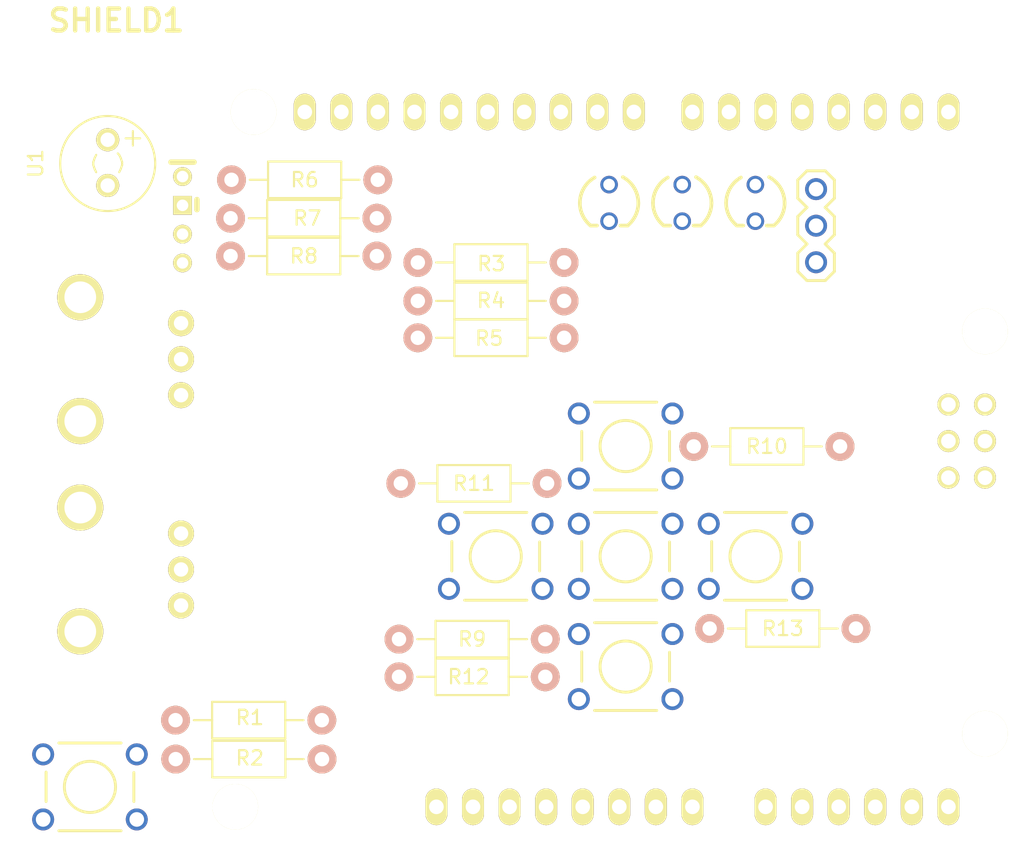
<source format=kicad_pcb>
(kicad_pcb (version 4) (host pcbnew 0.201510150733+6269~30~ubuntu14.04.1-product)

  (general
    (links 67)
    (no_connects 67)
    (area 0 0 0 0)
    (thickness 1.6)
    (drawings 0)
    (tracks 0)
    (zones 0)
    (modules 28)
    (nets 26)
  )

  (page A4)
  (title_block
    (title "BATS PCB")
    (date 2015-09-05)
    (rev 0.0)
    (company BricoLabs)
  )

  (layers
    (0 F.Cu signal)
    (31 B.Cu signal)
    (32 B.Adhes user)
    (33 F.Adhes user)
    (34 B.Paste user)
    (35 F.Paste user)
    (36 B.SilkS user)
    (37 F.SilkS user)
    (38 B.Mask user)
    (39 F.Mask user)
    (40 Dwgs.User user)
    (41 Cmts.User user)
    (42 Eco1.User user)
    (43 Eco2.User user)
    (44 Edge.Cuts user)
    (45 Margin user)
    (46 B.CrtYd user)
    (47 F.CrtYd user)
    (48 B.Fab user)
    (49 F.Fab user)
  )

  (setup
    (last_trace_width 0.3048)
    (user_trace_width 0.3048)
    (user_trace_width 0.4064)
    (user_trace_width 0.508)
    (user_trace_width 0.6096)
    (user_trace_width 0.8128)
    (trace_clearance 0.3556)
    (zone_clearance 0.508)
    (zone_45_only no)
    (trace_min 0.3048)
    (segment_width 0.2)
    (edge_width 0.1)
    (via_size 1.2)
    (via_drill 0.8)
    (via_min_size 1.2)
    (via_min_drill 0.8)
    (uvia_size 0.508)
    (uvia_drill 0.127)
    (uvias_allowed no)
    (uvia_min_size 0)
    (uvia_min_drill 0)
    (pcb_text_width 0.3)
    (pcb_text_size 1.5 1.5)
    (mod_edge_width 0.15)
    (mod_text_size 1 1)
    (mod_text_width 0.15)
    (pad_size 1.5 1.5)
    (pad_drill 0.6)
    (pad_to_mask_clearance 0)
    (aux_axis_origin 0 0)
    (visible_elements FFFFFF7F)
    (pcbplotparams
      (layerselection 0x00030_80000001)
      (usegerberextensions false)
      (excludeedgelayer true)
      (linewidth 0.100000)
      (plotframeref false)
      (viasonmask false)
      (mode 1)
      (useauxorigin false)
      (hpglpennumber 1)
      (hpglpenspeed 20)
      (hpglpendiameter 15)
      (hpglpenoverlay 2)
      (psnegative false)
      (psa4output false)
      (plotreference true)
      (plotvalue true)
      (plotinvisibletext false)
      (padsonsilk false)
      (subtractmaskfromsilk false)
      (outputformat 4)
      (mirror false)
      (drillshape 0)
      (scaleselection 1)
      (outputdirectory ../svg/Proba.svg/))
  )

  (net 0 "")
  (net 1 "Net-(LED1-PadK)")
  (net 2 "Net-(LED2-PadK)")
  (net 3 "Net-(LED3-PadK)")
  (net 4 "Net-(LED4-PadAB)")
  (net 5 "Net-(LED4-PadAR)")
  (net 6 GND)
  (net 7 "Net-(LED4-PadAG)")
  (net 8 "Net-(P1-Pad1)")
  (net 9 "Net-(SHIELD1-PadAD1)")
  (net 10 "Net-(SHIELD1-PadAD2)")
  (net 11 "Net-(SHIELD1-PadRST)")
  (net 12 /ARD11)
  (net 13 /ARD10)
  (net 14 /ARD13)
  (net 15 /ARD8)
  (net 16 /ARD7)
  (net 17 /ARD6)
  (net 18 /ARD9)
  (net 19 /ARD5)
  (net 20 /ARD0)
  (net 21 /ARD1)
  (net 22 /ARD2)
  (net 23 /ARD3)
  (net 24 /ARD4)
  (net 25 "Net-(R1-Pad2)")

  (net_class Default "This is the default net class."
    (clearance 0.3556)
    (trace_width 0.3048)
    (via_dia 1.2)
    (via_drill 0.8)
    (uvia_dia 0.508)
    (uvia_drill 0.127)
    (add_net /ARD0)
    (add_net /ARD1)
    (add_net /ARD10)
    (add_net /ARD11)
    (add_net /ARD13)
    (add_net /ARD2)
    (add_net /ARD3)
    (add_net /ARD4)
    (add_net /ARD5)
    (add_net /ARD6)
    (add_net /ARD7)
    (add_net /ARD8)
    (add_net /ARD9)
    (add_net GND)
    (add_net "Net-(LED1-PadK)")
    (add_net "Net-(LED2-PadK)")
    (add_net "Net-(LED3-PadK)")
    (add_net "Net-(LED4-PadAB)")
    (add_net "Net-(LED4-PadAG)")
    (add_net "Net-(LED4-PadAR)")
    (add_net "Net-(P1-Pad1)")
    (add_net "Net-(R1-Pad2)")
    (add_net "Net-(SHIELD1-PadAD1)")
    (add_net "Net-(SHIELD1-PadAD2)")
    (add_net "Net-(SHIELD1-PadRST)")
  )

  (module FT:ARDUINO_SHIELD (layer F.Cu) (tedit 0) (tstamp 55EA2CF2)
    (at 126.9706 137.7696)
    (descr http://www.thingiverse.com/thing:9630)
    (path /55897B99)
    (fp_text reference SHIELD1 (at 5.715 -57.15) (layer F.SilkS)
      (effects (font (thickness 0.3048)))
    )
    (fp_text value ARDUINO_SHIELD (at 10.16 -54.61) (layer F.SilkS) hide
      (effects (font (thickness 0.3048)))
    )
    (fp_line (start 66.04 -40.64) (end 66.04 -52.07) (layer Cmts.User) (width 0.381))
    (fp_line (start 66.04 -52.07) (end 64.77 -53.34) (layer Cmts.User) (width 0.381))
    (fp_line (start 64.77 -53.34) (end 0 -53.34) (layer Cmts.User) (width 0.381))
    (fp_line (start 66.04 0) (end 0 0) (layer Cmts.User) (width 0.381))
    (fp_line (start 0 0) (end 0 -53.34) (layer Cmts.User) (width 0.381))
    (fp_line (start 66.04 -40.64) (end 68.58 -38.1) (layer Cmts.User) (width 0.381))
    (fp_line (start 68.58 -38.1) (end 68.58 -5.08) (layer Cmts.User) (width 0.381))
    (fp_line (start 68.58 -5.08) (end 66.04 -2.54) (layer Cmts.User) (width 0.381))
    (fp_line (start 66.04 -2.54) (end 66.04 0) (layer Cmts.User) (width 0.381))
    (pad AD5 thru_hole oval (at 63.5 -2.54 90) (size 2.54 1.524) (drill 1.016) (layers *.Cu *.Mask F.SilkS))
    (pad AD4 thru_hole oval (at 60.96 -2.54 90) (size 2.54 1.524) (drill 1.016) (layers *.Cu *.Mask F.SilkS))
    (pad AD3 thru_hole oval (at 58.42 -2.54 90) (size 2.54 1.524) (drill 1.016) (layers *.Cu *.Mask F.SilkS))
    (pad AD0 thru_hole oval (at 50.8 -2.54 90) (size 2.54 1.524) (drill 1.016) (layers *.Cu *.Mask F.SilkS)
      (net 25 "Net-(R1-Pad2)"))
    (pad AD1 thru_hole oval (at 53.34 -2.54 90) (size 2.54 1.524) (drill 1.016) (layers *.Cu *.Mask F.SilkS)
      (net 9 "Net-(SHIELD1-PadAD1)"))
    (pad AD2 thru_hole oval (at 55.88 -2.54 90) (size 2.54 1.524) (drill 1.016) (layers *.Cu *.Mask F.SilkS)
      (net 10 "Net-(SHIELD1-PadAD2)"))
    (pad V_IN thru_hole oval (at 45.72 -2.54 90) (size 2.54 1.524) (drill 1.016) (layers *.Cu *.Mask F.SilkS))
    (pad GND2 thru_hole oval (at 43.18 -2.54 90) (size 2.54 1.524) (drill 1.016) (layers *.Cu *.Mask F.SilkS)
      (net 6 GND))
    (pad GND1 thru_hole oval (at 40.64 -2.54 90) (size 2.54 1.524) (drill 1.016) (layers *.Cu *.Mask F.SilkS)
      (net 6 GND))
    (pad 3V3 thru_hole oval (at 35.56 -2.54 90) (size 2.54 1.524) (drill 1.016) (layers *.Cu *.Mask F.SilkS))
    (pad RST thru_hole oval (at 33.02 -2.54 90) (size 2.54 1.524) (drill 1.016) (layers *.Cu *.Mask F.SilkS)
      (net 11 "Net-(SHIELD1-PadRST)"))
    (pad 0 thru_hole oval (at 63.5 -50.8 90) (size 2.54 1.524) (drill 1.016) (layers *.Cu *.Mask F.SilkS)
      (net 20 /ARD0))
    (pad 1 thru_hole oval (at 60.96 -50.8 90) (size 2.54 1.524) (drill 1.016) (layers *.Cu *.Mask F.SilkS)
      (net 21 /ARD1))
    (pad 2 thru_hole oval (at 58.42 -50.8 90) (size 2.54 1.524) (drill 1.016) (layers *.Cu *.Mask F.SilkS)
      (net 22 /ARD2))
    (pad 3 thru_hole oval (at 55.88 -50.8 90) (size 2.54 1.524) (drill 1.016) (layers *.Cu *.Mask F.SilkS)
      (net 23 /ARD3))
    (pad 4 thru_hole oval (at 53.34 -50.8 90) (size 2.54 1.524) (drill 1.016) (layers *.Cu *.Mask F.SilkS)
      (net 24 /ARD4))
    (pad 5 thru_hole oval (at 50.8 -50.8 90) (size 2.54 1.524) (drill 1.016) (layers *.Cu *.Mask F.SilkS)
      (net 19 /ARD5))
    (pad 6 thru_hole oval (at 48.26 -50.8 90) (size 2.54 1.524) (drill 1.016) (layers *.Cu *.Mask F.SilkS)
      (net 17 /ARD6))
    (pad 7 thru_hole oval (at 45.72 -50.8 90) (size 2.54 1.524) (drill 1.016) (layers *.Cu *.Mask F.SilkS)
      (net 16 /ARD7))
    (pad 8 thru_hole oval (at 41.656 -50.8 90) (size 2.54 1.524) (drill 1.016) (layers *.Cu *.Mask F.SilkS)
      (net 15 /ARD8))
    (pad 9 thru_hole oval (at 39.116 -50.8 90) (size 2.54 1.524) (drill 1.016) (layers *.Cu *.Mask F.SilkS)
      (net 18 /ARD9))
    (pad 10 thru_hole oval (at 36.576 -50.8 90) (size 2.54 1.524) (drill 1.016) (layers *.Cu *.Mask F.SilkS)
      (net 13 /ARD10))
    (pad 11 thru_hole oval (at 34.036 -50.8 90) (size 2.54 1.524) (drill 1.016) (layers *.Cu *.Mask F.SilkS)
      (net 12 /ARD11))
    (pad 12 thru_hole oval (at 31.496 -50.8 90) (size 2.54 1.524) (drill 1.016) (layers *.Cu *.Mask F.SilkS))
    (pad 13 thru_hole oval (at 28.956 -50.8 90) (size 2.54 1.524) (drill 1.016) (layers *.Cu *.Mask F.SilkS)
      (net 14 /ARD13))
    (pad GND3 thru_hole oval (at 26.416 -50.8 90) (size 2.54 1.524) (drill 1.016) (layers *.Cu *.Mask F.SilkS)
      (net 6 GND))
    (pad AREF thru_hole oval (at 23.876 -50.8 90) (size 2.54 1.524) (drill 1.016) (layers *.Cu *.Mask F.SilkS))
    (pad 5V thru_hole oval (at 38.1 -2.54 90) (size 2.54 1.524) (drill 1.016) (layers *.Cu *.Mask F.SilkS)
      (net 8 "Net-(P1-Pad1)"))
    (pad "" np_thru_hole circle (at 66.04 -7.62 90) (size 3.175 3.175) (drill 3.175) (layers *.Cu *.Mask F.SilkS))
    (pad "" np_thru_hole circle (at 66.04 -35.56 90) (size 3.175 3.175) (drill 3.175) (layers *.Cu *.Mask F.SilkS))
    (pad "" np_thru_hole circle (at 15.24 -50.8 90) (size 3.175 3.175) (drill 3.175) (layers *.Cu *.Mask F.SilkS))
    (pad "" np_thru_hole circle (at 13.97 -2.54 90) (size 3.175 3.175) (drill 3.175) (layers *.Cu *.Mask F.SilkS))
    (pad SDA thru_hole oval (at 21.336 -50.8 90) (size 2.54 1.524) (drill 1.016) (layers *.Cu *.Mask F.SilkS))
    (pad SCL thru_hole oval (at 18.796 -50.8 90) (size 2.54 1.524) (drill 1.016) (layers *.Cu *.Mask F.SilkS))
    (pad IO_R thru_hole oval (at 30.48 -2.54 90) (size 2.54 1.524) (drill 1.016) (layers *.Cu *.Mask F.SilkS))
    (pad NC thru_hole oval (at 27.94 -2.54 90) (size 2.54 1.524) (drill 1.016) (layers *.Cu *.Mask F.SilkS))
    (pad SP1 thru_hole circle (at 63.5 -30.48 90) (size 1.524 1.524) (drill 1.016) (layers *.Cu *.Mask F.SilkS))
    (pad SP2 thru_hole circle (at 66.04 -30.48 90) (size 1.524 1.524) (drill 1.016) (layers *.Cu *.Mask F.SilkS))
    (pad SP3 thru_hole circle (at 63.5 -27.94 90) (size 1.524 1.524) (drill 1.016) (layers *.Cu *.Mask F.SilkS))
    (pad SP4 thru_hole circle (at 66.04 -27.94 90) (size 1.524 1.524) (drill 1.016) (layers *.Cu *.Mask F.SilkS))
    (pad SP5 thru_hole circle (at 63.5 -25.4 90) (size 1.524 1.524) (drill 1.016) (layers *.Cu *.Mask F.SilkS))
    (pad SP6 thru_hole circle (at 66.04 -25.4 90) (size 1.524 1.524) (drill 1.016) (layers *.Cu *.Mask F.SilkS))
  )

  (module Resistors_ThroughHole:Resistor_Horizontal_RM10mm (layer F.Cu) (tedit 53F56209) (tstamp 55EA2C43)
    (at 145.6944 94.3483)
    (descr "Resistor, Axial,  RM 10mm, 1/3W,")
    (tags "Resistor, Axial, RM 10mm, 1/3W,")
    (path /558B144D)
    (fp_text reference R7 (at 0.24892 0) (layer F.SilkS)
      (effects (font (size 1 1) (thickness 0.15)))
    )
    (fp_text value 220 (at 0.2286 1.1684) (layer F.Fab)
      (effects (font (size 1 1) (thickness 0.15)))
    )
    (fp_line (start -2.54 -1.27) (end 2.54 -1.27) (layer F.SilkS) (width 0.15))
    (fp_line (start 2.54 -1.27) (end 2.54 1.27) (layer F.SilkS) (width 0.15))
    (fp_line (start 2.54 1.27) (end -2.54 1.27) (layer F.SilkS) (width 0.15))
    (fp_line (start -2.54 1.27) (end -2.54 -1.27) (layer F.SilkS) (width 0.15))
    (fp_line (start -2.54 0) (end -3.81 0) (layer F.SilkS) (width 0.15))
    (fp_line (start 2.54 0) (end 3.81 0) (layer F.SilkS) (width 0.15))
    (pad 1 thru_hole circle (at -5.08 0) (size 1.99898 1.99898) (drill 1.00076) (layers *.Cu *.SilkS *.Mask)
      (net 7 "Net-(LED4-PadAG)"))
    (pad 2 thru_hole circle (at 5.08 0) (size 1.99898 1.99898) (drill 1.00076) (layers *.Cu *.SilkS *.Mask)
      (net 13 /ARD10))
    (model Resistors_ThroughHole.3dshapes/Resistor_Horizontal_RM10mm.wrl
      (at (xyz 0 0 0))
      (scale (xyz 0.4 0.4 0.4))
      (rotate (xyz 0 0 0))
    )
  )

  (module FT:POT_RV09_VERT (layer F.Cu) (tedit 556FA948) (tstamp 55EA2DA2)
    (at 130.175 118.745 90)
    (path /55EA1F32)
    (fp_text reference VR1 (at 0 4.5 90) (layer Eco1.User)
      (effects (font (size 1 1) (thickness 0.15)))
    )
    (fp_text value POT (at 0 2 90) (layer Eco1.User) hide
      (effects (font (size 1 1) (thickness 0.15)))
    )
    (fp_line (start 4.8 5.5) (end 4.8 2) (layer Cmts.User) (width 0.15))
    (fp_line (start 3.8 6.6) (end 4.8 5.5) (layer Cmts.User) (width 0.15))
    (fp_line (start -4.9 2) (end -4.9 5.5) (layer Cmts.User) (width 0.15))
    (fp_line (start -4.9 5.5) (end -3.8 6.6) (layer Cmts.User) (width 0.15))
    (fp_line (start -4.9 -2) (end -4.9 -5.5) (layer Cmts.User) (width 0.15))
    (fp_line (start -4.9 -5.5) (end 4.9 -5.5) (layer Cmts.User) (width 0.15))
    (fp_line (start 4.9 -5.5) (end 4.9 -2) (layer Cmts.User) (width 0.15))
    (pad "" thru_hole circle (at -4.3 0 90) (size 3.2 3.2) (drill 2.2) (layers *.Cu *.Mask F.SilkS))
    (pad "" thru_hole circle (at 4.3 0 90) (size 3.2 3.2) (drill 2.2) (layers *.Cu *.Mask F.SilkS))
    (pad W thru_hole circle (at 0 7 90) (size 1.8 1.8) (drill 1) (layers *.Cu *.Mask F.SilkS)
      (net 9 "Net-(SHIELD1-PadAD1)"))
    (pad 1 thru_hole circle (at -2.5 7 90) (size 1.8 1.8) (drill 1) (layers *.Cu *.Mask F.SilkS)
      (net 8 "Net-(P1-Pad1)"))
    (pad 2 thru_hole circle (at 2.5 7 90) (size 1.8 1.8) (drill 1) (layers *.Cu *.Mask F.SilkS)
      (net 6 GND))
  )

  (module FT:LED-3MM (layer F.Cu) (tedit 5476B304) (tstamp 55EA2BE8)
    (at 166.903479 93.283889 270)
    (descr <B>LED</B><p>)
    (path /55898313)
    (fp_text reference LED1 (at 0 1.27 270) (layer Eco1.User)
      (effects (font (size 0.5 0.5) (thickness 0.075)))
    )
    (fp_text value "Red LED" (at 0 -1.27 270) (layer Eco1.User) hide
      (effects (font (size 0.5 0.5) (thickness 0.075)))
    )
    (fp_line (start 1.5748 1.27) (end 1.5748 -1.27) (layer Cmts.User) (width 0.254))
    (fp_arc (start 0 0) (end 0 -2.032) (angle 50.1) (layer F.SilkS) (width 0.254))
    (fp_arc (start 0 0) (end -1.7907 -0.95504) (angle 61.9) (layer F.SilkS) (width 0.254))
    (fp_arc (start 0 0) (end 0 2.032) (angle -49.7) (layer F.SilkS) (width 0.254))
    (fp_arc (start 0 0) (end -1.76276 1.00584) (angle -60.2) (layer F.SilkS) (width 0.254))
    (fp_arc (start 0 0) (end -2.032 0) (angle 28.3) (layer Cmts.User) (width 0.254))
    (fp_arc (start 0 0) (end -2.032 0) (angle -31.6) (layer Cmts.User) (width 0.254))
    (fp_line (start 1.5748 -1.2954) (end 1.5748 -0.7874) (layer F.SilkS) (width 0.254))
    (fp_line (start 1.5748 1.2954) (end 1.5748 0.8382) (layer F.SilkS) (width 0.254))
    (pad A thru_hole oval (at -1.27 0 270) (size 1.2192 1.2192) (drill 0.8128) (layers *.Cu *.Mask)
      (net 15 /ARD8))
    (pad K thru_hole oval (at 1.27 0 270) (size 1.2192 1.2192) (drill 0.8128) (layers *.Cu *.Mask)
      (net 1 "Net-(LED1-PadK)"))
  )

  (module FT:LED-3MM (layer F.Cu) (tedit 5476B304) (tstamp 55EA2BF7)
    (at 171.983479 93.283889 270)
    (descr <B>LED</B><p>)
    (path /55898212)
    (fp_text reference LED2 (at 0 1.27 270) (layer Eco1.User)
      (effects (font (size 0.5 0.5) (thickness 0.075)))
    )
    (fp_text value "Yellow LED" (at 0 -1.27 270) (layer Eco1.User) hide
      (effects (font (size 0.5 0.5) (thickness 0.075)))
    )
    (fp_line (start 1.5748 1.27) (end 1.5748 -1.27) (layer Cmts.User) (width 0.254))
    (fp_arc (start 0 0) (end 0 -2.032) (angle 50.1) (layer F.SilkS) (width 0.254))
    (fp_arc (start 0 0) (end -1.7907 -0.95504) (angle 61.9) (layer F.SilkS) (width 0.254))
    (fp_arc (start 0 0) (end 0 2.032) (angle -49.7) (layer F.SilkS) (width 0.254))
    (fp_arc (start 0 0) (end -1.76276 1.00584) (angle -60.2) (layer F.SilkS) (width 0.254))
    (fp_arc (start 0 0) (end -2.032 0) (angle 28.3) (layer Cmts.User) (width 0.254))
    (fp_arc (start 0 0) (end -2.032 0) (angle -31.6) (layer Cmts.User) (width 0.254))
    (fp_line (start 1.5748 -1.2954) (end 1.5748 -0.7874) (layer F.SilkS) (width 0.254))
    (fp_line (start 1.5748 1.2954) (end 1.5748 0.8382) (layer F.SilkS) (width 0.254))
    (pad A thru_hole oval (at -1.27 0 270) (size 1.2192 1.2192) (drill 0.8128) (layers *.Cu *.Mask)
      (net 16 /ARD7))
    (pad K thru_hole oval (at 1.27 0 270) (size 1.2192 1.2192) (drill 0.8128) (layers *.Cu *.Mask)
      (net 2 "Net-(LED2-PadK)"))
  )

  (module FT:LED-3MM (layer F.Cu) (tedit 5476B304) (tstamp 55EA2C06)
    (at 177.063479 93.283889 270)
    (descr <B>LED</B><p>)
    (path /55898085)
    (fp_text reference LED3 (at 0 1.27 270) (layer Eco1.User)
      (effects (font (size 0.5 0.5) (thickness 0.075)))
    )
    (fp_text value "Green LED" (at 0 -1.27 270) (layer Eco1.User) hide
      (effects (font (size 0.5 0.5) (thickness 0.075)))
    )
    (fp_line (start 1.5748 1.27) (end 1.5748 -1.27) (layer Cmts.User) (width 0.254))
    (fp_arc (start 0 0) (end 0 -2.032) (angle 50.1) (layer F.SilkS) (width 0.254))
    (fp_arc (start 0 0) (end -1.7907 -0.95504) (angle 61.9) (layer F.SilkS) (width 0.254))
    (fp_arc (start 0 0) (end 0 2.032) (angle -49.7) (layer F.SilkS) (width 0.254))
    (fp_arc (start 0 0) (end -1.76276 1.00584) (angle -60.2) (layer F.SilkS) (width 0.254))
    (fp_arc (start 0 0) (end -2.032 0) (angle 28.3) (layer Cmts.User) (width 0.254))
    (fp_arc (start 0 0) (end -2.032 0) (angle -31.6) (layer Cmts.User) (width 0.254))
    (fp_line (start 1.5748 -1.2954) (end 1.5748 -0.7874) (layer F.SilkS) (width 0.254))
    (fp_line (start 1.5748 1.2954) (end 1.5748 0.8382) (layer F.SilkS) (width 0.254))
    (pad A thru_hole oval (at -1.27 0 270) (size 1.2192 1.2192) (drill 0.8128) (layers *.Cu *.Mask)
      (net 17 /ARD6))
    (pad K thru_hole oval (at 1.27 0 270) (size 1.2192 1.2192) (drill 0.8128) (layers *.Cu *.Mask)
      (net 3 "Net-(LED3-PadK)"))
  )

  (module FT:LED-RGB-8MM-COM-K-MINIMAL (layer F.Cu) (tedit 5476B38B) (tstamp 55EA2C10)
    (at 137.276694 94.455074 270)
    (path /558B07DB)
    (autoplace_cost180 10)
    (fp_text reference LED4 (at 0 -1.7 270) (layer Eco1.User)
      (effects (font (size 0.6 0.6) (thickness 0.1)))
    )
    (fp_text value LED_RGB_COM_K (at 0 1.4 270) (layer Eco1.User) hide
      (effects (font (size 0.6 0.6) (thickness 0.1)))
    )
    (fp_line (start -1.39954 -1.00076) (end -0.70104 -1.00076) (layer F.SilkS) (width 0.381))
    (fp_line (start -4.0005 -0.8001) (end -4.0005 0.8001) (layer F.SilkS) (width 0.381))
    (pad AB thru_hole circle (at 2.99974 0 270) (size 1.30048 1.30048) (drill 0.8001) (layers *.Cu *.Mask F.SilkS)
      (net 4 "Net-(LED4-PadAB)") (solder_mask_margin 0.0254))
    (pad AR thru_hole circle (at -2.99974 0 270) (size 1.30048 1.30048) (drill 0.8001) (layers *.Cu *.Mask F.SilkS)
      (net 5 "Net-(LED4-PadAR)") (solder_mask_margin 0.0254))
    (pad K thru_hole rect (at -1.00076 0 270) (size 1.30048 1.30048) (drill 0.8001) (layers *.Cu *.Mask F.SilkS)
      (net 6 GND) (solder_mask_margin 0.0254))
    (pad AG thru_hole circle (at 1.00076 0 270) (size 1.30048 1.30048) (drill 0.8001) (layers *.Cu *.Mask F.SilkS)
      (net 7 "Net-(LED4-PadAG)") (solder_mask_margin 0.0254))
  )

  (module FT:1X03 (layer F.Cu) (tedit 54769DEE) (tstamp 55EA2C2B)
    (at 181.2798 92.329 270)
    (path /558B2883)
    (fp_text reference P1 (at 0.3 0 270) (layer Eco1.User)
      (effects (font (size 0.6 0.6) (thickness 0.1)))
    )
    (fp_text value SERVO (at 2.6 1.6 270) (layer Eco1.User)
      (effects (font (size 0.2 0.2) (thickness 0.05)))
    )
    (fp_line (start 3.81 -0.635) (end 4.445 -1.27) (layer F.SilkS) (width 0.2032))
    (fp_line (start 4.445 -1.27) (end 5.715 -1.27) (layer F.SilkS) (width 0.2032))
    (fp_line (start 5.715 -1.27) (end 6.35 -0.635) (layer F.SilkS) (width 0.2032))
    (fp_line (start 6.35 0.635) (end 5.715 1.27) (layer F.SilkS) (width 0.2032))
    (fp_line (start 5.715 1.27) (end 4.445 1.27) (layer F.SilkS) (width 0.2032))
    (fp_line (start 4.445 1.27) (end 3.81 0.635) (layer F.SilkS) (width 0.2032))
    (fp_line (start -0.635 -1.27) (end 0.635 -1.27) (layer F.SilkS) (width 0.2032))
    (fp_line (start 0.635 -1.27) (end 1.27 -0.635) (layer F.SilkS) (width 0.2032))
    (fp_line (start 1.27 0.635) (end 0.635 1.27) (layer F.SilkS) (width 0.2032))
    (fp_line (start 1.27 -0.635) (end 1.905 -1.27) (layer F.SilkS) (width 0.2032))
    (fp_line (start 1.905 -1.27) (end 3.175 -1.27) (layer F.SilkS) (width 0.2032))
    (fp_line (start 3.175 -1.27) (end 3.81 -0.635) (layer F.SilkS) (width 0.2032))
    (fp_line (start 3.81 0.635) (end 3.175 1.27) (layer F.SilkS) (width 0.2032))
    (fp_line (start 3.175 1.27) (end 1.905 1.27) (layer F.SilkS) (width 0.2032))
    (fp_line (start 1.905 1.27) (end 1.27 0.635) (layer F.SilkS) (width 0.2032))
    (fp_line (start -1.27 -0.635) (end -1.27 0.635) (layer F.SilkS) (width 0.2032))
    (fp_line (start -0.635 -1.27) (end -1.27 -0.635) (layer F.SilkS) (width 0.2032))
    (fp_line (start -1.27 0.635) (end -0.635 1.27) (layer F.SilkS) (width 0.2032))
    (fp_line (start 0.635 1.27) (end -0.635 1.27) (layer F.SilkS) (width 0.2032))
    (fp_line (start 6.35 -0.635) (end 6.35 0.635) (layer F.SilkS) (width 0.2032))
    (pad 1 thru_hole oval (at 0 0) (size 1.524 1.524) (drill 1.016) (layers *.Cu *.Mask)
      (net 8 "Net-(P1-Pad1)"))
    (pad 2 thru_hole oval (at 2.54 0) (size 1.524 1.524) (drill 1.016) (layers *.Cu *.Mask)
      (net 19 /ARD5))
    (pad 3 thru_hole oval (at 5.08 0) (size 1.524 1.524) (drill 1.016) (layers *.Cu *.Mask)
      (net 6 GND))
  )

  (module Resistors_ThroughHole:Resistor_Horizontal_RM10mm (layer F.Cu) (tedit 53F56209) (tstamp 55EA2C37)
    (at 145.7579 91.6813)
    (descr "Resistor, Axial,  RM 10mm, 1/3W,")
    (tags "Resistor, Axial, RM 10mm, 1/3W,")
    (path /558B13E2)
    (fp_text reference R6 (at 0 0) (layer F.SilkS)
      (effects (font (size 1 1) (thickness 0.15)))
    )
    (fp_text value 220 (at 0.0127 1.1684) (layer F.Fab)
      (effects (font (size 1 1) (thickness 0.15)))
    )
    (fp_line (start -2.54 -1.27) (end 2.54 -1.27) (layer F.SilkS) (width 0.15))
    (fp_line (start 2.54 -1.27) (end 2.54 1.27) (layer F.SilkS) (width 0.15))
    (fp_line (start 2.54 1.27) (end -2.54 1.27) (layer F.SilkS) (width 0.15))
    (fp_line (start -2.54 1.27) (end -2.54 -1.27) (layer F.SilkS) (width 0.15))
    (fp_line (start -2.54 0) (end -3.81 0) (layer F.SilkS) (width 0.15))
    (fp_line (start 2.54 0) (end 3.81 0) (layer F.SilkS) (width 0.15))
    (pad 1 thru_hole circle (at -5.08 0) (size 1.99898 1.99898) (drill 1.00076) (layers *.Cu *.SilkS *.Mask)
      (net 5 "Net-(LED4-PadAR)"))
    (pad 2 thru_hole circle (at 5.08 0) (size 1.99898 1.99898) (drill 1.00076) (layers *.Cu *.SilkS *.Mask)
      (net 12 /ARD11))
    (model Resistors_ThroughHole.3dshapes/Resistor_Horizontal_RM10mm.wrl
      (at (xyz 0 0 0))
      (scale (xyz 0.4 0.4 0.4))
      (rotate (xyz 0 0 0))
    )
  )

  (module Resistors_ThroughHole:Resistor_Horizontal_RM10mm (layer F.Cu) (tedit 53F56209) (tstamp 55EA2C4F)
    (at 157.3911 123.5837 180)
    (descr "Resistor, Axial,  RM 10mm, 1/3W,")
    (tags "Resistor, Axial, RM 10mm, 1/3W,")
    (path /56202A0F)
    (fp_text reference R9 (at 0 0 180) (layer F.SilkS)
      (effects (font (size 1 1) (thickness 0.15)))
    )
    (fp_text value 10K (at 0 1.905 180) (layer F.Fab)
      (effects (font (size 1 1) (thickness 0.15)))
    )
    (fp_line (start -2.54 -1.27) (end 2.54 -1.27) (layer F.SilkS) (width 0.15))
    (fp_line (start 2.54 -1.27) (end 2.54 1.27) (layer F.SilkS) (width 0.15))
    (fp_line (start 2.54 1.27) (end -2.54 1.27) (layer F.SilkS) (width 0.15))
    (fp_line (start -2.54 1.27) (end -2.54 -1.27) (layer F.SilkS) (width 0.15))
    (fp_line (start -2.54 0) (end -3.81 0) (layer F.SilkS) (width 0.15))
    (fp_line (start 2.54 0) (end 3.81 0) (layer F.SilkS) (width 0.15))
    (pad 1 thru_hole circle (at -5.08 0 180) (size 1.99898 1.99898) (drill 1.00076) (layers *.Cu *.SilkS *.Mask)
      (net 23 /ARD3))
    (pad 2 thru_hole circle (at 5.08 0 180) (size 1.99898 1.99898) (drill 1.00076) (layers *.Cu *.SilkS *.Mask)
      (net 6 GND))
    (model Resistors_ThroughHole.3dshapes/Resistor_Horizontal_RM10mm.wrl
      (at (xyz 0 0 0))
      (scale (xyz 0.4 0.4 0.4))
      (rotate (xyz 0 0 0))
    )
  )

  (module Resistors_ThroughHole:Resistor_Horizontal_RM10mm (layer F.Cu) (tedit 53F56209) (tstamp 55EA2C5B)
    (at 177.8635 110.1979)
    (descr "Resistor, Axial,  RM 10mm, 1/3W,")
    (tags "Resistor, Axial, RM 10mm, 1/3W,")
    (path /558AE59A)
    (fp_text reference R10 (at 0 0) (layer F.SilkS)
      (effects (font (size 1 1) (thickness 0.15)))
    )
    (fp_text value 10K (at 0 1.617886) (layer F.Fab)
      (effects (font (size 1 1) (thickness 0.15)))
    )
    (fp_line (start -2.54 -1.27) (end 2.54 -1.27) (layer F.SilkS) (width 0.15))
    (fp_line (start 2.54 -1.27) (end 2.54 1.27) (layer F.SilkS) (width 0.15))
    (fp_line (start 2.54 1.27) (end -2.54 1.27) (layer F.SilkS) (width 0.15))
    (fp_line (start -2.54 1.27) (end -2.54 -1.27) (layer F.SilkS) (width 0.15))
    (fp_line (start -2.54 0) (end -3.81 0) (layer F.SilkS) (width 0.15))
    (fp_line (start 2.54 0) (end 3.81 0) (layer F.SilkS) (width 0.15))
    (pad 1 thru_hole circle (at -5.08 0) (size 1.99898 1.99898) (drill 1.00076) (layers *.Cu *.SilkS *.Mask)
      (net 22 /ARD2))
    (pad 2 thru_hole circle (at 5.08 0) (size 1.99898 1.99898) (drill 1.00076) (layers *.Cu *.SilkS *.Mask)
      (net 6 GND))
    (model Resistors_ThroughHole.3dshapes/Resistor_Horizontal_RM10mm.wrl
      (at (xyz 0 0 0))
      (scale (xyz 0.4 0.4 0.4))
      (rotate (xyz 0 0 0))
    )
  )

  (module Resistors_ThroughHole:Resistor_Horizontal_RM10mm (layer F.Cu) (tedit 53F56209) (tstamp 55EA2C67)
    (at 157.5181 112.7633)
    (descr "Resistor, Axial,  RM 10mm, 1/3W,")
    (tags "Resistor, Axial, RM 10mm, 1/3W,")
    (path /558AEB17)
    (fp_text reference R11 (at 0 0) (layer F.SilkS)
      (effects (font (size 1 1) (thickness 0.15)))
    )
    (fp_text value 10K (at 0 1.905) (layer F.Fab)
      (effects (font (size 1 1) (thickness 0.15)))
    )
    (fp_line (start -2.54 -1.27) (end 2.54 -1.27) (layer F.SilkS) (width 0.15))
    (fp_line (start 2.54 -1.27) (end 2.54 1.27) (layer F.SilkS) (width 0.15))
    (fp_line (start 2.54 1.27) (end -2.54 1.27) (layer F.SilkS) (width 0.15))
    (fp_line (start -2.54 1.27) (end -2.54 -1.27) (layer F.SilkS) (width 0.15))
    (fp_line (start -2.54 0) (end -3.81 0) (layer F.SilkS) (width 0.15))
    (fp_line (start 2.54 0) (end 3.81 0) (layer F.SilkS) (width 0.15))
    (pad 1 thru_hole circle (at -5.08 0) (size 1.99898 1.99898) (drill 1.00076) (layers *.Cu *.SilkS *.Mask)
      (net 24 /ARD4))
    (pad 2 thru_hole circle (at 5.08 0) (size 1.99898 1.99898) (drill 1.00076) (layers *.Cu *.SilkS *.Mask)
      (net 6 GND))
    (model Resistors_ThroughHole.3dshapes/Resistor_Horizontal_RM10mm.wrl
      (at (xyz 0 0 0))
      (scale (xyz 0.4 0.4 0.4))
      (rotate (xyz 0 0 0))
    )
  )

  (module Resistors_ThroughHole:Resistor_Horizontal_RM10mm (layer F.Cu) (tedit 53F56209) (tstamp 55EA2C73)
    (at 157.3911 126.1999 180)
    (descr "Resistor, Axial,  RM 10mm, 1/3W,")
    (tags "Resistor, Axial, RM 10mm, 1/3W,")
    (path /558AEBB6)
    (fp_text reference R12 (at 0.24892 0 180) (layer F.SilkS)
      (effects (font (size 1 1) (thickness 0.15)))
    )
    (fp_text value 10K (at 0 1.27 180) (layer F.Fab)
      (effects (font (size 1 1) (thickness 0.15)))
    )
    (fp_line (start -2.54 -1.27) (end 2.54 -1.27) (layer F.SilkS) (width 0.15))
    (fp_line (start 2.54 -1.27) (end 2.54 1.27) (layer F.SilkS) (width 0.15))
    (fp_line (start 2.54 1.27) (end -2.54 1.27) (layer F.SilkS) (width 0.15))
    (fp_line (start -2.54 1.27) (end -2.54 -1.27) (layer F.SilkS) (width 0.15))
    (fp_line (start -2.54 0) (end -3.81 0) (layer F.SilkS) (width 0.15))
    (fp_line (start 2.54 0) (end 3.81 0) (layer F.SilkS) (width 0.15))
    (pad 1 thru_hole circle (at -5.08 0 180) (size 1.99898 1.99898) (drill 1.00076) (layers *.Cu *.SilkS *.Mask)
      (net 21 /ARD1))
    (pad 2 thru_hole circle (at 5.08 0 180) (size 1.99898 1.99898) (drill 1.00076) (layers *.Cu *.SilkS *.Mask)
      (net 6 GND))
    (model Resistors_ThroughHole.3dshapes/Resistor_Horizontal_RM10mm.wrl
      (at (xyz 0 0 0))
      (scale (xyz 0.4 0.4 0.4))
      (rotate (xyz 0 0 0))
    )
  )

  (module Resistors_ThroughHole:Resistor_Horizontal_RM10mm (layer F.Cu) (tedit 53F56209) (tstamp 55EA2C7F)
    (at 178.9684 122.8471)
    (descr "Resistor, Axial,  RM 10mm, 1/3W,")
    (tags "Resistor, Axial, RM 10mm, 1/3W,")
    (path /558AEBC3)
    (fp_text reference R13 (at 0 0) (layer F.SilkS)
      (effects (font (size 1 1) (thickness 0.15)))
    )
    (fp_text value 10K (at 0 -1.27) (layer F.Fab)
      (effects (font (size 1 1) (thickness 0.15)))
    )
    (fp_line (start -2.54 -1.27) (end 2.54 -1.27) (layer F.SilkS) (width 0.15))
    (fp_line (start 2.54 -1.27) (end 2.54 1.27) (layer F.SilkS) (width 0.15))
    (fp_line (start 2.54 1.27) (end -2.54 1.27) (layer F.SilkS) (width 0.15))
    (fp_line (start -2.54 1.27) (end -2.54 -1.27) (layer F.SilkS) (width 0.15))
    (fp_line (start -2.54 0) (end -3.81 0) (layer F.SilkS) (width 0.15))
    (fp_line (start 2.54 0) (end 3.81 0) (layer F.SilkS) (width 0.15))
    (pad 1 thru_hole circle (at -5.08 0) (size 1.99898 1.99898) (drill 1.00076) (layers *.Cu *.SilkS *.Mask)
      (net 20 /ARD0))
    (pad 2 thru_hole circle (at 5.08 0) (size 1.99898 1.99898) (drill 1.00076) (layers *.Cu *.SilkS *.Mask)
      (net 6 GND))
    (model Resistors_ThroughHole.3dshapes/Resistor_Horizontal_RM10mm.wrl
      (at (xyz 0 0 0))
      (scale (xyz 0.4 0.4 0.4))
      (rotate (xyz 0 0 0))
    )
  )

  (module FT:SW_PUSHBUTTON_PTH (layer F.Cu) (tedit 5477A5C1) (tstamp 55EA2D0E)
    (at 168.05275 125.4887)
    (descr "<b>OMRON SWITCH</b>")
    (path /558AEBB0)
    (fp_text reference SW5 (at -0.05 0.364799) (layer Eco1.User)
      (effects (font (size 0.6 0.6) (thickness 0.1)))
    )
    (fp_text value DOWN (at 0 0) (layer Eco1.User) hide
      (effects (font (size 0 0) (thickness 0.000001)))
    )
    (fp_line (start 3.048 -1.016) (end 3.048 -2.54) (layer Cmts.User) (width 0.2032))
    (fp_line (start 3.048 -2.54) (end 2.54 -3.048) (layer Cmts.User) (width 0.2032))
    (fp_line (start 2.54 3.048) (end 3.048 2.54) (layer Cmts.User) (width 0.2032))
    (fp_line (start 3.048 2.54) (end 3.048 1.016) (layer Cmts.User) (width 0.2032))
    (fp_line (start -2.54 -3.048) (end -3.048 -2.54) (layer Cmts.User) (width 0.2032))
    (fp_line (start -3.048 -2.54) (end -3.048 -1.016) (layer Cmts.User) (width 0.2032))
    (fp_line (start -2.54 3.048) (end -3.048 2.54) (layer Cmts.User) (width 0.2032))
    (fp_line (start -3.048 2.54) (end -3.048 1.016) (layer Cmts.User) (width 0.2032))
    (fp_line (start 2.54 3.048) (end 2.159 3.048) (layer Cmts.User) (width 0.2032))
    (fp_line (start -2.54 3.048) (end -2.159 3.048) (layer Cmts.User) (width 0.2032))
    (fp_line (start -2.54 -3.048) (end -2.159 -3.048) (layer Cmts.User) (width 0.2032))
    (fp_line (start 2.54 -3.048) (end 2.159 -3.048) (layer Cmts.User) (width 0.2032))
    (fp_line (start 2.159 -3.048) (end -2.159 -3.048) (layer F.SilkS) (width 0.2032))
    (fp_line (start -2.159 3.048) (end 2.159 3.048) (layer F.SilkS) (width 0.2032))
    (fp_line (start 3.048 -0.99568) (end 3.048 1.016) (layer F.SilkS) (width 0.2032))
    (fp_line (start -3.048 -1.02616) (end -3.048 1.016) (layer F.SilkS) (width 0.2032))
    (fp_line (start -2.54 -1.27) (end -2.54 -0.508) (layer Cmts.User) (width 0.2032))
    (fp_line (start -2.54 0.508) (end -2.54 1.27) (layer Cmts.User) (width 0.2032))
    (fp_line (start -2.54 -0.508) (end -2.159 0.381) (layer Cmts.User) (width 0.2032))
    (fp_circle (center 0 0) (end 1.778 0) (layer F.SilkS) (width 0.2032))
    (pad 1 thru_hole oval (at -3.2512 -2.2606) (size 1.524 1.524) (drill 1.016) (layers *.Cu *.Mask)
      (net 8 "Net-(P1-Pad1)"))
    (pad 1 thru_hole oval (at 3.2512 -2.2606) (size 1.524 1.524) (drill 1.016) (layers *.Cu *.Mask)
      (net 8 "Net-(P1-Pad1)"))
    (pad 2 thru_hole oval (at -3.2512 2.2606) (size 1.524 1.524) (drill 1.016) (layers *.Cu *.Mask)
      (net 21 /ARD1))
    (pad 2 thru_hole oval (at 3.2512 2.2606) (size 1.524 1.524) (drill 1.016) (layers *.Cu *.Mask)
      (net 21 /ARD1))
  )

  (module Buzzers_Beepers:MagneticBuzzer_Kingstate_KCG0601 (layer F.Cu) (tedit 544E362D) (tstamp 55EA2D92)
    (at 132.08 92.075 90)
    (descr "Buzzer, Elektromagnetic Beeper, Summer,")
    (tags "Kingstate, KCG0601,")
    (path /5589860F)
    (fp_text reference U1 (at 1.524 -5.00126 90) (layer F.SilkS)
      (effects (font (size 1 1) (thickness 0.15)))
    )
    (fp_text value BUZZER (at 1.524 5.00126 90) (layer F.Fab)
      (effects (font (size 1 1) (thickness 0.15)))
    )
    (fp_line (start 2.77368 1.75006) (end 3.77444 1.75006) (layer F.SilkS) (width 0.15))
    (fp_line (start 3.27406 1.24968) (end 3.27406 2.25044) (layer F.SilkS) (width 0.15))
    (fp_line (start 2.22504 0.70104) (end 2.12344 0.8001) (layer F.SilkS) (width 0.15))
    (fp_line (start 2.12344 0.8001) (end 1.92278 0.89916) (layer F.SilkS) (width 0.15))
    (fp_line (start 1.92278 0.89916) (end 1.62306 1.00076) (layer F.SilkS) (width 0.15))
    (fp_line (start 1.62306 1.00076) (end 1.42494 1.00076) (layer F.SilkS) (width 0.15))
    (fp_line (start 1.42494 1.00076) (end 1.12522 0.89916) (layer F.SilkS) (width 0.15))
    (fp_line (start 1.12522 0.89916) (end 0.92456 0.8001) (layer F.SilkS) (width 0.15))
    (fp_line (start 2.12344 -0.8001) (end 1.92278 -0.89916) (layer F.SilkS) (width 0.15))
    (fp_line (start 1.92278 -0.89916) (end 1.62306 -1.00076) (layer F.SilkS) (width 0.15))
    (fp_line (start 1.62306 -1.00076) (end 1.42494 -1.00076) (layer F.SilkS) (width 0.15))
    (fp_line (start 1.42494 -1.00076) (end 1.12522 -0.89916) (layer F.SilkS) (width 0.15))
    (fp_line (start 1.12522 -0.89916) (end 0.92456 -0.8001) (layer F.SilkS) (width 0.15))
    (fp_circle (center 1.524 0) (end 4.82346 0) (layer F.SilkS) (width 0.15))
    (pad 1 thru_hole circle (at 0 0 90) (size 1.6002 1.6002) (drill 1.00076) (layers *.Cu *.Mask F.SilkS)
      (net 6 GND))
    (pad 2 thru_hole circle (at 3.175 0 90) (size 1.6002 1.6002) (drill 1.00076) (layers *.Cu *.Mask F.SilkS)
      (net 14 /ARD13))
    (model Buzzers_Beepers.3dshapes/MagneticBuzzer_Kingstate_KCG0601.wrl
      (at (xyz 0 0 0))
      (scale (xyz 1 1 1))
      (rotate (xyz 0 0 0))
    )
  )

  (module FT:POT_RV09_VERT (layer F.Cu) (tedit 556FA948) (tstamp 55EA2DB2)
    (at 130.175 104.14 90)
    (path /55EA2018)
    (fp_text reference VR2 (at 0 4.5 90) (layer Eco1.User)
      (effects (font (size 1 1) (thickness 0.15)))
    )
    (fp_text value POT (at 0 2 90) (layer Eco1.User) hide
      (effects (font (size 1 1) (thickness 0.15)))
    )
    (fp_line (start 4.8 5.5) (end 4.8 2) (layer Cmts.User) (width 0.15))
    (fp_line (start 3.8 6.6) (end 4.8 5.5) (layer Cmts.User) (width 0.15))
    (fp_line (start -4.9 2) (end -4.9 5.5) (layer Cmts.User) (width 0.15))
    (fp_line (start -4.9 5.5) (end -3.8 6.6) (layer Cmts.User) (width 0.15))
    (fp_line (start -4.9 -2) (end -4.9 -5.5) (layer Cmts.User) (width 0.15))
    (fp_line (start -4.9 -5.5) (end 4.9 -5.5) (layer Cmts.User) (width 0.15))
    (fp_line (start 4.9 -5.5) (end 4.9 -2) (layer Cmts.User) (width 0.15))
    (pad "" thru_hole circle (at -4.3 0 90) (size 3.2 3.2) (drill 2.2) (layers *.Cu *.Mask F.SilkS))
    (pad "" thru_hole circle (at 4.3 0 90) (size 3.2 3.2) (drill 2.2) (layers *.Cu *.Mask F.SilkS))
    (pad W thru_hole circle (at 0 7 90) (size 1.8 1.8) (drill 1) (layers *.Cu *.Mask F.SilkS)
      (net 10 "Net-(SHIELD1-PadAD2)"))
    (pad 1 thru_hole circle (at -2.5 7 90) (size 1.8 1.8) (drill 1) (layers *.Cu *.Mask F.SilkS)
      (net 8 "Net-(P1-Pad1)"))
    (pad 2 thru_hole circle (at 2.5 7 90) (size 1.8 1.8) (drill 1) (layers *.Cu *.Mask F.SilkS)
      (net 6 GND))
  )

  (module Resistors_ThroughHole:Resistor_Horizontal_RM10mm (layer F.Cu) (tedit 53F56209) (tstamp 5620166F)
    (at 141.8717 129.2098)
    (descr "Resistor, Axial,  RM 10mm, 1/3W,")
    (tags "Resistor, Axial, RM 10mm, 1/3W,")
    (path /558983C9)
    (fp_text reference R1 (at 0.0762 -0.1778) (layer F.SilkS)
      (effects (font (size 1 1) (thickness 0.15)))
    )
    (fp_text value RES_PHOTO_LDR (at 0.3048 -1.9685) (layer F.Fab)
      (effects (font (size 1 1) (thickness 0.15)))
    )
    (fp_line (start -2.54 -1.27) (end 2.54 -1.27) (layer F.SilkS) (width 0.15))
    (fp_line (start 2.54 -1.27) (end 2.54 1.27) (layer F.SilkS) (width 0.15))
    (fp_line (start 2.54 1.27) (end -2.54 1.27) (layer F.SilkS) (width 0.15))
    (fp_line (start -2.54 1.27) (end -2.54 -1.27) (layer F.SilkS) (width 0.15))
    (fp_line (start -2.54 0) (end -3.81 0) (layer F.SilkS) (width 0.15))
    (fp_line (start 2.54 0) (end 3.81 0) (layer F.SilkS) (width 0.15))
    (pad 1 thru_hole circle (at -5.08 0) (size 1.99898 1.99898) (drill 1.00076) (layers *.Cu *.SilkS *.Mask)
      (net 8 "Net-(P1-Pad1)"))
    (pad 2 thru_hole circle (at 5.08 0) (size 1.99898 1.99898) (drill 1.00076) (layers *.Cu *.SilkS *.Mask)
      (net 25 "Net-(R1-Pad2)"))
    (model Resistors_ThroughHole.3dshapes/Resistor_Horizontal_RM10mm.wrl
      (at (xyz 0 0 0))
      (scale (xyz 0.4 0.4 0.4))
      (rotate (xyz 0 0 0))
    )
  )

  (module FT:SW_PUSHBUTTON_PTH (layer F.Cu) (tedit 5477A5C1) (tstamp 562016A7)
    (at 130.8481 133.8453)
    (descr "<b>OMRON SWITCH</b>")
    (path /558B73E7)
    (fp_text reference SW1 (at -0.05 0) (layer Eco1.User)
      (effects (font (size 0.6 0.6) (thickness 0.1)))
    )
    (fp_text value RESET (at 0 0) (layer Eco1.User) hide
      (effects (font (size 0 0) (thickness 0.000001)))
    )
    (fp_line (start 3.048 -1.016) (end 3.048 -2.54) (layer Cmts.User) (width 0.2032))
    (fp_line (start 3.048 -2.54) (end 2.54 -3.048) (layer Cmts.User) (width 0.2032))
    (fp_line (start 2.54 3.048) (end 3.048 2.54) (layer Cmts.User) (width 0.2032))
    (fp_line (start 3.048 2.54) (end 3.048 1.016) (layer Cmts.User) (width 0.2032))
    (fp_line (start -2.54 -3.048) (end -3.048 -2.54) (layer Cmts.User) (width 0.2032))
    (fp_line (start -3.048 -2.54) (end -3.048 -1.016) (layer Cmts.User) (width 0.2032))
    (fp_line (start -2.54 3.048) (end -3.048 2.54) (layer Cmts.User) (width 0.2032))
    (fp_line (start -3.048 2.54) (end -3.048 1.016) (layer Cmts.User) (width 0.2032))
    (fp_line (start 2.54 3.048) (end 2.159 3.048) (layer Cmts.User) (width 0.2032))
    (fp_line (start -2.54 3.048) (end -2.159 3.048) (layer Cmts.User) (width 0.2032))
    (fp_line (start -2.54 -3.048) (end -2.159 -3.048) (layer Cmts.User) (width 0.2032))
    (fp_line (start 2.54 -3.048) (end 2.159 -3.048) (layer Cmts.User) (width 0.2032))
    (fp_line (start 2.159 -3.048) (end -2.159 -3.048) (layer F.SilkS) (width 0.2032))
    (fp_line (start -2.159 3.048) (end 2.159 3.048) (layer F.SilkS) (width 0.2032))
    (fp_line (start 3.048 -0.99568) (end 3.048 1.016) (layer F.SilkS) (width 0.2032))
    (fp_line (start -3.048 -1.02616) (end -3.048 1.016) (layer F.SilkS) (width 0.2032))
    (fp_line (start -2.54 -1.27) (end -2.54 -0.508) (layer Cmts.User) (width 0.2032))
    (fp_line (start -2.54 0.508) (end -2.54 1.27) (layer Cmts.User) (width 0.2032))
    (fp_line (start -2.54 -0.508) (end -2.159 0.381) (layer Cmts.User) (width 0.2032))
    (fp_circle (center 0 0) (end 1.778 0) (layer F.SilkS) (width 0.2032))
    (pad 1 thru_hole oval (at -3.2512 -2.2606) (size 1.524 1.524) (drill 1.016) (layers *.Cu *.Mask)
      (net 6 GND))
    (pad 1 thru_hole oval (at 3.2512 -2.2606) (size 1.524 1.524) (drill 1.016) (layers *.Cu *.Mask)
      (net 6 GND))
    (pad 2 thru_hole oval (at -3.2512 2.2606) (size 1.524 1.524) (drill 1.016) (layers *.Cu *.Mask)
      (net 11 "Net-(SHIELD1-PadRST)"))
    (pad 2 thru_hole oval (at 3.2512 2.2606) (size 1.524 1.524) (drill 1.016) (layers *.Cu *.Mask)
      (net 11 "Net-(SHIELD1-PadRST)"))
  )

  (module FT:SW_PUSHBUTTON_PTH (layer F.Cu) (tedit 5477A5C1) (tstamp 562016C3)
    (at 168.05275 117.8306)
    (descr "<b>OMRON SWITCH</b>")
    (path /562027CC)
    (fp_text reference SW2 (at -0.05 0) (layer Eco1.User)
      (effects (font (size 0.6 0.6) (thickness 0.1)))
    )
    (fp_text value SHOT (at 0 0) (layer Eco1.User) hide
      (effects (font (size 0 0) (thickness 0.000001)))
    )
    (fp_line (start 3.048 -1.016) (end 3.048 -2.54) (layer Cmts.User) (width 0.2032))
    (fp_line (start 3.048 -2.54) (end 2.54 -3.048) (layer Cmts.User) (width 0.2032))
    (fp_line (start 2.54 3.048) (end 3.048 2.54) (layer Cmts.User) (width 0.2032))
    (fp_line (start 3.048 2.54) (end 3.048 1.016) (layer Cmts.User) (width 0.2032))
    (fp_line (start -2.54 -3.048) (end -3.048 -2.54) (layer Cmts.User) (width 0.2032))
    (fp_line (start -3.048 -2.54) (end -3.048 -1.016) (layer Cmts.User) (width 0.2032))
    (fp_line (start -2.54 3.048) (end -3.048 2.54) (layer Cmts.User) (width 0.2032))
    (fp_line (start -3.048 2.54) (end -3.048 1.016) (layer Cmts.User) (width 0.2032))
    (fp_line (start 2.54 3.048) (end 2.159 3.048) (layer Cmts.User) (width 0.2032))
    (fp_line (start -2.54 3.048) (end -2.159 3.048) (layer Cmts.User) (width 0.2032))
    (fp_line (start -2.54 -3.048) (end -2.159 -3.048) (layer Cmts.User) (width 0.2032))
    (fp_line (start 2.54 -3.048) (end 2.159 -3.048) (layer Cmts.User) (width 0.2032))
    (fp_line (start 2.159 -3.048) (end -2.159 -3.048) (layer F.SilkS) (width 0.2032))
    (fp_line (start -2.159 3.048) (end 2.159 3.048) (layer F.SilkS) (width 0.2032))
    (fp_line (start 3.048 -0.99568) (end 3.048 1.016) (layer F.SilkS) (width 0.2032))
    (fp_line (start -3.048 -1.02616) (end -3.048 1.016) (layer F.SilkS) (width 0.2032))
    (fp_line (start -2.54 -1.27) (end -2.54 -0.508) (layer Cmts.User) (width 0.2032))
    (fp_line (start -2.54 0.508) (end -2.54 1.27) (layer Cmts.User) (width 0.2032))
    (fp_line (start -2.54 -0.508) (end -2.159 0.381) (layer Cmts.User) (width 0.2032))
    (fp_circle (center 0 0) (end 1.778 0) (layer F.SilkS) (width 0.2032))
    (pad 1 thru_hole oval (at -3.2512 -2.2606) (size 1.524 1.524) (drill 1.016) (layers *.Cu *.Mask)
      (net 8 "Net-(P1-Pad1)"))
    (pad 1 thru_hole oval (at 3.2512 -2.2606) (size 1.524 1.524) (drill 1.016) (layers *.Cu *.Mask)
      (net 8 "Net-(P1-Pad1)"))
    (pad 2 thru_hole oval (at -3.2512 2.2606) (size 1.524 1.524) (drill 1.016) (layers *.Cu *.Mask)
      (net 23 /ARD3))
    (pad 2 thru_hole oval (at 3.2512 2.2606) (size 1.524 1.524) (drill 1.016) (layers *.Cu *.Mask)
      (net 23 /ARD3))
  )

  (module FT:SW_PUSHBUTTON_PTH (layer F.Cu) (tedit 5477A5C1) (tstamp 562016DF)
    (at 168.05275 110.1725 180)
    (descr "<b>OMRON SWITCH</b>")
    (path /5589867E)
    (fp_text reference SW3 (at -0.05 0 180) (layer Eco1.User)
      (effects (font (size 0.6 0.6) (thickness 0.1)))
    )
    (fp_text value UP (at 0 0 180) (layer Eco1.User) hide
      (effects (font (size 0 0) (thickness 0.000001)))
    )
    (fp_line (start 3.048 -1.016) (end 3.048 -2.54) (layer Cmts.User) (width 0.2032))
    (fp_line (start 3.048 -2.54) (end 2.54 -3.048) (layer Cmts.User) (width 0.2032))
    (fp_line (start 2.54 3.048) (end 3.048 2.54) (layer Cmts.User) (width 0.2032))
    (fp_line (start 3.048 2.54) (end 3.048 1.016) (layer Cmts.User) (width 0.2032))
    (fp_line (start -2.54 -3.048) (end -3.048 -2.54) (layer Cmts.User) (width 0.2032))
    (fp_line (start -3.048 -2.54) (end -3.048 -1.016) (layer Cmts.User) (width 0.2032))
    (fp_line (start -2.54 3.048) (end -3.048 2.54) (layer Cmts.User) (width 0.2032))
    (fp_line (start -3.048 2.54) (end -3.048 1.016) (layer Cmts.User) (width 0.2032))
    (fp_line (start 2.54 3.048) (end 2.159 3.048) (layer Cmts.User) (width 0.2032))
    (fp_line (start -2.54 3.048) (end -2.159 3.048) (layer Cmts.User) (width 0.2032))
    (fp_line (start -2.54 -3.048) (end -2.159 -3.048) (layer Cmts.User) (width 0.2032))
    (fp_line (start 2.54 -3.048) (end 2.159 -3.048) (layer Cmts.User) (width 0.2032))
    (fp_line (start 2.159 -3.048) (end -2.159 -3.048) (layer F.SilkS) (width 0.2032))
    (fp_line (start -2.159 3.048) (end 2.159 3.048) (layer F.SilkS) (width 0.2032))
    (fp_line (start 3.048 -0.99568) (end 3.048 1.016) (layer F.SilkS) (width 0.2032))
    (fp_line (start -3.048 -1.02616) (end -3.048 1.016) (layer F.SilkS) (width 0.2032))
    (fp_line (start -2.54 -1.27) (end -2.54 -0.508) (layer Cmts.User) (width 0.2032))
    (fp_line (start -2.54 0.508) (end -2.54 1.27) (layer Cmts.User) (width 0.2032))
    (fp_line (start -2.54 -0.508) (end -2.159 0.381) (layer Cmts.User) (width 0.2032))
    (fp_circle (center 0 0) (end 1.778 0) (layer F.SilkS) (width 0.2032))
    (pad 1 thru_hole oval (at -3.2512 -2.2606 180) (size 1.524 1.524) (drill 1.016) (layers *.Cu *.Mask)
      (net 8 "Net-(P1-Pad1)"))
    (pad 1 thru_hole oval (at 3.2512 -2.2606 180) (size 1.524 1.524) (drill 1.016) (layers *.Cu *.Mask)
      (net 8 "Net-(P1-Pad1)"))
    (pad 2 thru_hole oval (at -3.2512 2.2606 180) (size 1.524 1.524) (drill 1.016) (layers *.Cu *.Mask)
      (net 22 /ARD2))
    (pad 2 thru_hole oval (at 3.2512 2.2606 180) (size 1.524 1.524) (drill 1.016) (layers *.Cu *.Mask)
      (net 22 /ARD2))
  )

  (module FT:SW_PUSHBUTTON_PTH (layer F.Cu) (tedit 5477A5C1) (tstamp 562016FB)
    (at 159.0294 117.8306)
    (descr "<b>OMRON SWITCH</b>")
    (path /558AEB11)
    (fp_text reference SW4 (at -0.05 0) (layer Eco1.User)
      (effects (font (size 0.6 0.6) (thickness 0.1)))
    )
    (fp_text value LEFT (at 0 0) (layer Eco1.User) hide
      (effects (font (size 0 0) (thickness 0.000001)))
    )
    (fp_line (start 3.048 -1.016) (end 3.048 -2.54) (layer Cmts.User) (width 0.2032))
    (fp_line (start 3.048 -2.54) (end 2.54 -3.048) (layer Cmts.User) (width 0.2032))
    (fp_line (start 2.54 3.048) (end 3.048 2.54) (layer Cmts.User) (width 0.2032))
    (fp_line (start 3.048 2.54) (end 3.048 1.016) (layer Cmts.User) (width 0.2032))
    (fp_line (start -2.54 -3.048) (end -3.048 -2.54) (layer Cmts.User) (width 0.2032))
    (fp_line (start -3.048 -2.54) (end -3.048 -1.016) (layer Cmts.User) (width 0.2032))
    (fp_line (start -2.54 3.048) (end -3.048 2.54) (layer Cmts.User) (width 0.2032))
    (fp_line (start -3.048 2.54) (end -3.048 1.016) (layer Cmts.User) (width 0.2032))
    (fp_line (start 2.54 3.048) (end 2.159 3.048) (layer Cmts.User) (width 0.2032))
    (fp_line (start -2.54 3.048) (end -2.159 3.048) (layer Cmts.User) (width 0.2032))
    (fp_line (start -2.54 -3.048) (end -2.159 -3.048) (layer Cmts.User) (width 0.2032))
    (fp_line (start 2.54 -3.048) (end 2.159 -3.048) (layer Cmts.User) (width 0.2032))
    (fp_line (start 2.159 -3.048) (end -2.159 -3.048) (layer F.SilkS) (width 0.2032))
    (fp_line (start -2.159 3.048) (end 2.159 3.048) (layer F.SilkS) (width 0.2032))
    (fp_line (start 3.048 -0.99568) (end 3.048 1.016) (layer F.SilkS) (width 0.2032))
    (fp_line (start -3.048 -1.02616) (end -3.048 1.016) (layer F.SilkS) (width 0.2032))
    (fp_line (start -2.54 -1.27) (end -2.54 -0.508) (layer Cmts.User) (width 0.2032))
    (fp_line (start -2.54 0.508) (end -2.54 1.27) (layer Cmts.User) (width 0.2032))
    (fp_line (start -2.54 -0.508) (end -2.159 0.381) (layer Cmts.User) (width 0.2032))
    (fp_circle (center 0 0) (end 1.778 0) (layer F.SilkS) (width 0.2032))
    (pad 1 thru_hole oval (at -3.2512 -2.2606) (size 1.524 1.524) (drill 1.016) (layers *.Cu *.Mask)
      (net 8 "Net-(P1-Pad1)"))
    (pad 1 thru_hole oval (at 3.2512 -2.2606) (size 1.524 1.524) (drill 1.016) (layers *.Cu *.Mask)
      (net 8 "Net-(P1-Pad1)"))
    (pad 2 thru_hole oval (at -3.2512 2.2606) (size 1.524 1.524) (drill 1.016) (layers *.Cu *.Mask)
      (net 24 /ARD4))
    (pad 2 thru_hole oval (at 3.2512 2.2606) (size 1.524 1.524) (drill 1.016) (layers *.Cu *.Mask)
      (net 24 /ARD4))
  )

  (module Resistors_ThroughHole:Resistor_Horizontal_RM10mm (layer F.Cu) (tedit 53F56209) (tstamp 562028BC)
    (at 141.8844 131.9149 180)
    (descr "Resistor, Axial,  RM 10mm, 1/3W,")
    (tags "Resistor, Axial, RM 10mm, 1/3W,")
    (path /55898454)
    (fp_text reference R2 (at -0.0635 0.0762 180) (layer F.SilkS)
      (effects (font (size 1 1) (thickness 0.15)))
    )
    (fp_text value 1K (at -0.0889 1.27 180) (layer F.Fab)
      (effects (font (size 1 1) (thickness 0.15)))
    )
    (fp_line (start -2.54 -1.27) (end 2.54 -1.27) (layer F.SilkS) (width 0.15))
    (fp_line (start 2.54 -1.27) (end 2.54 1.27) (layer F.SilkS) (width 0.15))
    (fp_line (start 2.54 1.27) (end -2.54 1.27) (layer F.SilkS) (width 0.15))
    (fp_line (start -2.54 1.27) (end -2.54 -1.27) (layer F.SilkS) (width 0.15))
    (fp_line (start -2.54 0) (end -3.81 0) (layer F.SilkS) (width 0.15))
    (fp_line (start 2.54 0) (end 3.81 0) (layer F.SilkS) (width 0.15))
    (pad 1 thru_hole circle (at -5.08 0 180) (size 1.99898 1.99898) (drill 1.00076) (layers *.Cu *.SilkS *.Mask)
      (net 25 "Net-(R1-Pad2)"))
    (pad 2 thru_hole circle (at 5.08 0 180) (size 1.99898 1.99898) (drill 1.00076) (layers *.Cu *.SilkS *.Mask)
      (net 6 GND))
    (model Resistors_ThroughHole.3dshapes/Resistor_Horizontal_RM10mm.wrl
      (at (xyz 0 0 0))
      (scale (xyz 0.4 0.4 0.4))
      (rotate (xyz 0 0 0))
    )
  )

  (module Resistors_ThroughHole:Resistor_Horizontal_RM10mm (layer F.Cu) (tedit 53F56209) (tstamp 562028C8)
    (at 158.6992 97.4217 180)
    (descr "Resistor, Axial,  RM 10mm, 1/3W,")
    (tags "Resistor, Axial, RM 10mm, 1/3W,")
    (path /55898319)
    (fp_text reference R3 (at -0.0254 -0.0889 180) (layer F.SilkS)
      (effects (font (size 1 1) (thickness 0.15)))
    )
    (fp_text value 470 (at 0.1143 1.3335 180) (layer F.Fab)
      (effects (font (size 1 1) (thickness 0.15)))
    )
    (fp_line (start -2.54 -1.27) (end 2.54 -1.27) (layer F.SilkS) (width 0.15))
    (fp_line (start 2.54 -1.27) (end 2.54 1.27) (layer F.SilkS) (width 0.15))
    (fp_line (start 2.54 1.27) (end -2.54 1.27) (layer F.SilkS) (width 0.15))
    (fp_line (start -2.54 1.27) (end -2.54 -1.27) (layer F.SilkS) (width 0.15))
    (fp_line (start -2.54 0) (end -3.81 0) (layer F.SilkS) (width 0.15))
    (fp_line (start 2.54 0) (end 3.81 0) (layer F.SilkS) (width 0.15))
    (pad 1 thru_hole circle (at -5.08 0 180) (size 1.99898 1.99898) (drill 1.00076) (layers *.Cu *.SilkS *.Mask)
      (net 1 "Net-(LED1-PadK)"))
    (pad 2 thru_hole circle (at 5.08 0 180) (size 1.99898 1.99898) (drill 1.00076) (layers *.Cu *.SilkS *.Mask)
      (net 6 GND))
    (model Resistors_ThroughHole.3dshapes/Resistor_Horizontal_RM10mm.wrl
      (at (xyz 0 0 0))
      (scale (xyz 0.4 0.4 0.4))
      (rotate (xyz 0 0 0))
    )
  )

  (module Resistors_ThroughHole:Resistor_Horizontal_RM10mm (layer F.Cu) (tedit 53F56209) (tstamp 562028D4)
    (at 158.6992 100.091875 180)
    (descr "Resistor, Axial,  RM 10mm, 1/3W,")
    (tags "Resistor, Axial, RM 10mm, 1/3W,")
    (path /55898218)
    (fp_text reference R4 (at 0 0.0254 180) (layer F.SilkS)
      (effects (font (size 1 1) (thickness 0.15)))
    )
    (fp_text value 470 (at 0.0889 1.4097 180) (layer F.Fab)
      (effects (font (size 1 1) (thickness 0.15)))
    )
    (fp_line (start -2.54 -1.27) (end 2.54 -1.27) (layer F.SilkS) (width 0.15))
    (fp_line (start 2.54 -1.27) (end 2.54 1.27) (layer F.SilkS) (width 0.15))
    (fp_line (start 2.54 1.27) (end -2.54 1.27) (layer F.SilkS) (width 0.15))
    (fp_line (start -2.54 1.27) (end -2.54 -1.27) (layer F.SilkS) (width 0.15))
    (fp_line (start -2.54 0) (end -3.81 0) (layer F.SilkS) (width 0.15))
    (fp_line (start 2.54 0) (end 3.81 0) (layer F.SilkS) (width 0.15))
    (pad 1 thru_hole circle (at -5.08 0 180) (size 1.99898 1.99898) (drill 1.00076) (layers *.Cu *.SilkS *.Mask)
      (net 2 "Net-(LED2-PadK)"))
    (pad 2 thru_hole circle (at 5.08 0 180) (size 1.99898 1.99898) (drill 1.00076) (layers *.Cu *.SilkS *.Mask)
      (net 6 GND))
    (model Resistors_ThroughHole.3dshapes/Resistor_Horizontal_RM10mm.wrl
      (at (xyz 0 0 0))
      (scale (xyz 0.4 0.4 0.4))
      (rotate (xyz 0 0 0))
    )
  )

  (module Resistors_ThroughHole:Resistor_Horizontal_RM10mm (layer F.Cu) (tedit 53F56209) (tstamp 562028E0)
    (at 158.6992 102.6541 180)
    (descr "Resistor, Axial,  RM 10mm, 1/3W,")
    (tags "Resistor, Axial, RM 10mm, 1/3W,")
    (path /55898121)
    (fp_text reference R5 (at 0.127 -0.0381 180) (layer F.SilkS)
      (effects (font (size 1 1) (thickness 0.15)))
    )
    (fp_text value 470 (at 0.1524 1.27 180) (layer F.Fab)
      (effects (font (size 1 1) (thickness 0.15)))
    )
    (fp_line (start -2.54 -1.27) (end 2.54 -1.27) (layer F.SilkS) (width 0.15))
    (fp_line (start 2.54 -1.27) (end 2.54 1.27) (layer F.SilkS) (width 0.15))
    (fp_line (start 2.54 1.27) (end -2.54 1.27) (layer F.SilkS) (width 0.15))
    (fp_line (start -2.54 1.27) (end -2.54 -1.27) (layer F.SilkS) (width 0.15))
    (fp_line (start -2.54 0) (end -3.81 0) (layer F.SilkS) (width 0.15))
    (fp_line (start 2.54 0) (end 3.81 0) (layer F.SilkS) (width 0.15))
    (pad 1 thru_hole circle (at -5.08 0 180) (size 1.99898 1.99898) (drill 1.00076) (layers *.Cu *.SilkS *.Mask)
      (net 3 "Net-(LED3-PadK)"))
    (pad 2 thru_hole circle (at 5.08 0 180) (size 1.99898 1.99898) (drill 1.00076) (layers *.Cu *.SilkS *.Mask)
      (net 6 GND))
    (model Resistors_ThroughHole.3dshapes/Resistor_Horizontal_RM10mm.wrl
      (at (xyz 0 0 0))
      (scale (xyz 0.4 0.4 0.4))
      (rotate (xyz 0 0 0))
    )
  )

  (module Resistors_ThroughHole:Resistor_Horizontal_RM10mm (layer F.Cu) (tedit 53F56209) (tstamp 562028EC)
    (at 145.6944 96.9772)
    (descr "Resistor, Axial,  RM 10mm, 1/3W,")
    (tags "Resistor, Axial, RM 10mm, 1/3W,")
    (path /558B14E5)
    (fp_text reference R8 (at 0.0127 0) (layer F.SilkS)
      (effects (font (size 1 1) (thickness 0.15)))
    )
    (fp_text value 220 (at 0.0762 1.2446) (layer F.Fab)
      (effects (font (size 1 1) (thickness 0.15)))
    )
    (fp_line (start -2.54 -1.27) (end 2.54 -1.27) (layer F.SilkS) (width 0.15))
    (fp_line (start 2.54 -1.27) (end 2.54 1.27) (layer F.SilkS) (width 0.15))
    (fp_line (start 2.54 1.27) (end -2.54 1.27) (layer F.SilkS) (width 0.15))
    (fp_line (start -2.54 1.27) (end -2.54 -1.27) (layer F.SilkS) (width 0.15))
    (fp_line (start -2.54 0) (end -3.81 0) (layer F.SilkS) (width 0.15))
    (fp_line (start 2.54 0) (end 3.81 0) (layer F.SilkS) (width 0.15))
    (pad 1 thru_hole circle (at -5.08 0) (size 1.99898 1.99898) (drill 1.00076) (layers *.Cu *.SilkS *.Mask)
      (net 4 "Net-(LED4-PadAB)"))
    (pad 2 thru_hole circle (at 5.08 0) (size 1.99898 1.99898) (drill 1.00076) (layers *.Cu *.SilkS *.Mask)
      (net 18 /ARD9))
    (model Resistors_ThroughHole.3dshapes/Resistor_Horizontal_RM10mm.wrl
      (at (xyz 0 0 0))
      (scale (xyz 0.4 0.4 0.4))
      (rotate (xyz 0 0 0))
    )
  )

  (module FT:SW_PUSHBUTTON_PTH (layer F.Cu) (tedit 5477A5C1) (tstamp 56202908)
    (at 177.0761 117.8306)
    (descr "<b>OMRON SWITCH</b>")
    (path /558AEBBD)
    (fp_text reference SW6 (at -0.05 0) (layer Eco1.User)
      (effects (font (size 0.6 0.6) (thickness 0.1)))
    )
    (fp_text value RIGHT (at 0 0) (layer Eco1.User) hide
      (effects (font (size 0 0) (thickness 0.000001)))
    )
    (fp_line (start 3.048 -1.016) (end 3.048 -2.54) (layer Cmts.User) (width 0.2032))
    (fp_line (start 3.048 -2.54) (end 2.54 -3.048) (layer Cmts.User) (width 0.2032))
    (fp_line (start 2.54 3.048) (end 3.048 2.54) (layer Cmts.User) (width 0.2032))
    (fp_line (start 3.048 2.54) (end 3.048 1.016) (layer Cmts.User) (width 0.2032))
    (fp_line (start -2.54 -3.048) (end -3.048 -2.54) (layer Cmts.User) (width 0.2032))
    (fp_line (start -3.048 -2.54) (end -3.048 -1.016) (layer Cmts.User) (width 0.2032))
    (fp_line (start -2.54 3.048) (end -3.048 2.54) (layer Cmts.User) (width 0.2032))
    (fp_line (start -3.048 2.54) (end -3.048 1.016) (layer Cmts.User) (width 0.2032))
    (fp_line (start 2.54 3.048) (end 2.159 3.048) (layer Cmts.User) (width 0.2032))
    (fp_line (start -2.54 3.048) (end -2.159 3.048) (layer Cmts.User) (width 0.2032))
    (fp_line (start -2.54 -3.048) (end -2.159 -3.048) (layer Cmts.User) (width 0.2032))
    (fp_line (start 2.54 -3.048) (end 2.159 -3.048) (layer Cmts.User) (width 0.2032))
    (fp_line (start 2.159 -3.048) (end -2.159 -3.048) (layer F.SilkS) (width 0.2032))
    (fp_line (start -2.159 3.048) (end 2.159 3.048) (layer F.SilkS) (width 0.2032))
    (fp_line (start 3.048 -0.99568) (end 3.048 1.016) (layer F.SilkS) (width 0.2032))
    (fp_line (start -3.048 -1.02616) (end -3.048 1.016) (layer F.SilkS) (width 0.2032))
    (fp_line (start -2.54 -1.27) (end -2.54 -0.508) (layer Cmts.User) (width 0.2032))
    (fp_line (start -2.54 0.508) (end -2.54 1.27) (layer Cmts.User) (width 0.2032))
    (fp_line (start -2.54 -0.508) (end -2.159 0.381) (layer Cmts.User) (width 0.2032))
    (fp_circle (center 0 0) (end 1.778 0) (layer F.SilkS) (width 0.2032))
    (pad 1 thru_hole oval (at -3.2512 -2.2606) (size 1.524 1.524) (drill 1.016) (layers *.Cu *.Mask)
      (net 8 "Net-(P1-Pad1)"))
    (pad 1 thru_hole oval (at 3.2512 -2.2606) (size 1.524 1.524) (drill 1.016) (layers *.Cu *.Mask)
      (net 8 "Net-(P1-Pad1)"))
    (pad 2 thru_hole oval (at -3.2512 2.2606) (size 1.524 1.524) (drill 1.016) (layers *.Cu *.Mask)
      (net 20 /ARD0))
    (pad 2 thru_hole oval (at 3.2512 2.2606) (size 1.524 1.524) (drill 1.016) (layers *.Cu *.Mask)
      (net 20 /ARD0))
  )

)

</source>
